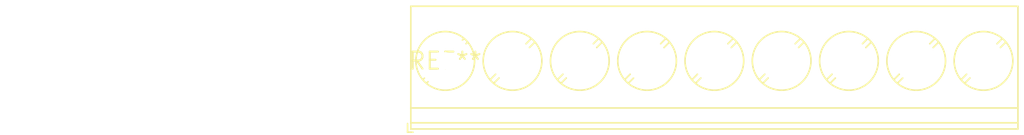
<source format=kicad_pcb>
(kicad_pcb (version 20240108) (generator pcbnew)
  (layers (0 "F.Cu" signal) (31 "B.Cu" signal) (34 "B.Paste" user) (35 "F.Paste" user) (36 "B.SilkS" user "B.Silkscreen") (37 "F.SilkS" user "F.Silkscreen") (38 "B.Mask" user) (39 "F.Mask" user) (44 "Edge.Cuts" user))
  (net 0 "")
  (footprint "TerminalBlock_Phoenix_PT-1,5-9-5.0-H_1x09_P5.00mm_Horizontal" (layer "F.Cu") (at 0 0)
    (property "Reference" "REF**")
    (property "Value" "TerminalBlock_Phoenix_PT-1,5-9-5.0-H_1x09_P5.00mm_Horizontal")
    (fp_line (start -2.8 4.66) (end -2.8 5.3) (layer "F.SilkS") (stroke (width 0.12)))
    (fp_line (start -2.8 5.3) (end -2.4 5.3) (layer "F.SilkS") (stroke (width 0.12)))
    (fp_line (start -2.56 -4.06) (end -2.56 5.06) (layer "F.SilkS") (stroke (width 0.12)))
    (fp_line (start -2.56 -4.06) (end 42.56 -4.06) (layer "F.SilkS") (stroke (width 0.12)))
    (fp_line (start -2.56 3.5) (end 42.56 3.5) (layer "F.SilkS") (stroke (width 0.12)))
    (fp_line (start -2.56 4.6) (end 42.56 4.6) (layer "F.SilkS") (stroke (width 0.12)))
    (fp_line (start -2.56 5.06) (end 42.56 5.06) (layer "F.SilkS") (stroke (width 0.12)))
    (fp_line (start -1.548 1.281) (end -1.654 1.388) (layer "F.SilkS") (stroke (width 0.12)))
    (fp_line (start -1.282 1.547) (end -1.388 1.654) (layer "F.SilkS") (stroke (width 0.12)))
    (fp_line (start 1.388 -1.654) (end 1.281 -1.547) (layer "F.SilkS") (stroke (width 0.12)))
    (fp_line (start 1.654 -1.388) (end 1.547 -1.281) (layer "F.SilkS") (stroke (width 0.12)))
    (fp_line (start 3.742 0.992) (end 3.347 1.388) (layer "F.SilkS") (stroke (width 0.12)))
    (fp_line (start 3.993 1.274) (end 3.613 1.654) (layer "F.SilkS") (stroke (width 0.12)))
    (fp_line (start 6.388 -1.654) (end 6.008 -1.274) (layer "F.SilkS") (stroke (width 0.12)))
    (fp_line (start 6.654 -1.388) (end 6.259 -0.992) (layer "F.SilkS") (stroke (width 0.12)))
    (fp_line (start 8.742 0.992) (end 8.347 1.388) (layer "F.SilkS") (stroke (width 0.12)))
    (fp_line (start 8.993 1.274) (end 8.613 1.654) (layer "F.SilkS") (stroke (width 0.12)))
    (fp_line (start 11.388 -1.654) (end 11.008 -1.274) (layer "F.SilkS") (stroke (width 0.12)))
    (fp_line (start 11.654 -1.388) (end 11.259 -0.992) (layer "F.SilkS") (stroke (width 0.12)))
    (fp_line (start 13.742 0.992) (end 13.347 1.388) (layer "F.SilkS") (stroke (width 0.12)))
    (fp_line (start 13.993 1.274) (end 13.613 1.654) (layer "F.SilkS") (stroke (width 0.12)))
    (fp_line (start 16.388 -1.654) (end 16.008 -1.274) (layer "F.SilkS") (stroke (width 0.12)))
    (fp_line (start 16.654 -1.388) (end 16.259 -0.992) (layer "F.SilkS") (stroke (width 0.12)))
    (fp_line (start 18.742 0.992) (end 18.347 1.388) (layer "F.SilkS") (stroke (width 0.12)))
    (fp_line (start 18.993 1.274) (end 18.613 1.654) (layer "F.SilkS") (stroke (width 0.12)))
    (fp_line (start 21.388 -1.654) (end 21.008 -1.274) (layer "F.SilkS") (stroke (width 0.12)))
    (fp_line (start 21.654 -1.388) (end 21.259 -0.992) (layer "F.SilkS") (stroke (width 0.12)))
    (fp_line (start 23.742 0.992) (end 23.347 1.388) (layer "F.SilkS") (stroke (width 0.12)))
    (fp_line (start 23.993 1.274) (end 23.613 1.654) (layer "F.SilkS") (stroke (width 0.12)))
    (fp_line (start 26.388 -1.654) (end 26.008 -1.274) (layer "F.SilkS") (stroke (width 0.12)))
    (fp_line (start 26.654 -1.388) (end 26.259 -0.992) (layer "F.SilkS") (stroke (width 0.12)))
    (fp_line (start 28.742 0.992) (end 28.347 1.388) (layer "F.SilkS") (stroke (width 0.12)))
    (fp_line (start 28.993 1.274) (end 28.613 1.654) (layer "F.SilkS") (stroke (width 0.12)))
    (fp_line (start 31.388 -1.654) (end 31.008 -1.274) (layer "F.SilkS") (stroke (width 0.12)))
    (fp_line (start 31.654 -1.388) (end 31.259 -0.992) (layer "F.SilkS") (stroke (width 0.12)))
    (fp_line (start 33.742 0.992) (end 33.347 1.388) (layer "F.SilkS") (stroke (width 0.12)))
    (fp_line (start 33.993 1.274) (end 33.613 1.654) (layer "F.SilkS") (stroke (width 0.12)))
    (fp_line (start 36.388 -1.654) (end 36.008 -1.274) (layer "F.SilkS") (stroke (width 0.12)))
    (fp_line (start 36.654 -1.388) (end 36.259 -0.992) (layer "F.SilkS") (stroke (width 0.12)))
    (fp_line (start 38.742 0.992) (end 38.347 1.388) (layer "F.SilkS") (stroke (width 0.12)))
    (fp_line (start 38.993 1.274) (end 38.613 1.654) (layer "F.SilkS") (stroke (width 0.12)))
    (fp_line (start 41.388 -1.654) (end 41.008 -1.274) (layer "F.SilkS") (stroke (width 0.12)))
    (fp_line (start 41.654 -1.388) (end 41.259 -0.992) (layer "F.SilkS") (stroke (width 0.12)))
    (fp_line (start 42.56 -4.06) (end 42.56 5.06) (layer "F.SilkS") (stroke (width 0.12)))
    (fp_circle (center 0 0) (end 2.18 0) (layer "F.SilkS") (stroke (width 0.12)) (fill none))
    (fp_circle (center 5 0) (end 7.18 0) (layer "F.SilkS") (stroke (width 0.12)) (fill none))
    (fp_circle (center 10 0) (end 12.18 0) (layer "F.SilkS") (stroke (width 0.12)) (fill none))
    (fp_circle (center 15 0) (end 17.18 0) (layer "F.SilkS") (stroke (width 0.12)) (fill none))
    (fp_circle (center 20 0) (end 22.18 0) (layer "F.SilkS") (stroke (width 0.12)) (fill none))
    (fp_circle (center 25 0) (end 27.18 0) (layer "F.SilkS") (stroke (width 0.12)) (fill none))
    (fp_circle (center 30 0) (end 32.18 0) (layer "F.SilkS") (stroke (width 0.12)) (fill none))
    (fp_circle (center 35 0) (end 37.18 0) (layer "F.SilkS") (stroke (width 0.12)) (fill none))
    (fp_circle (center 40 0) (end 42.18 0) (layer "F.SilkS") (stroke (width 0.12)) (fill none))
    (pad "1" thru_hole rect (at 0 0) (size 2.6 2.6) (drill 1.3) (layers *.Cu *.Mask) (remove_unused_layers))
    (pad "2" thru_hole circle (at 5 0) (size 2.6 2.6) (drill 1.3) (layers *.Cu *.Mask) (remove_unused_layers))
    (pad "3" thru_hole circle (at 10 0) (size 2.6 2.6) (drill 1.3) (layers *.Cu *.Mask) (remove_unused_layers))
    (pad "4" thru_hole circle (at 15 0) (size 2.6 2.6) (drill 1.3) (layers *.Cu *.Mask) (remove_unused_layers))
    (pad "5" thru_hole circle (at 20 0) (size 2.6 2.6) (drill 1.3) (layers *.Cu *.Mask) (remove_unused_layers))
    (pad "6" thru_hole circle (at 25 0) (size 2.6 2.6) (drill 1.3) (layers *.Cu *.Mask) (remove_unused_layers))
    (pad "7" thru_hole circle (at 30 0) (size 2.6 2.6) (drill 1.3) (layers *.Cu *.Mask) (remove_unused_layers))
    (pad "8" thru_hole circle (at 35 0) (size 2.6 2.6) (drill 1.3) (layers *.Cu *.Mask) (remove_unused_layers))
    (pad "9" thru_hole circle (at 40 0) (size 2.6 2.6) (drill 1.3) (layers *.Cu *.Mask) (remove_unused_layers))
  )
)
</source>
